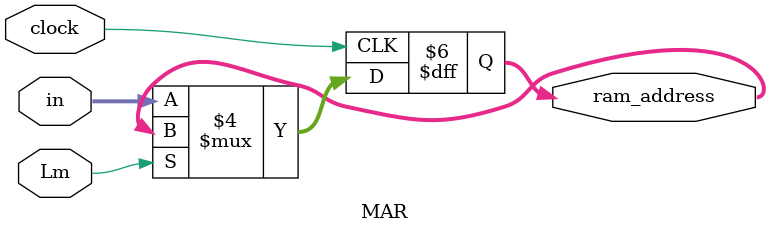
<source format=sv>
module MAR(input Lm, clock, input reg [3:0] in, output logic [3:0] ram_address);
//Lm bit de controle
// in: endereco da instrucao
always_ff @ (posedge clock) begin 
		if(~Lm) begin
			ram_address = in; 
		end
		else begin
			ram_address <= ram_address;
		end
end
endmodule 


</source>
